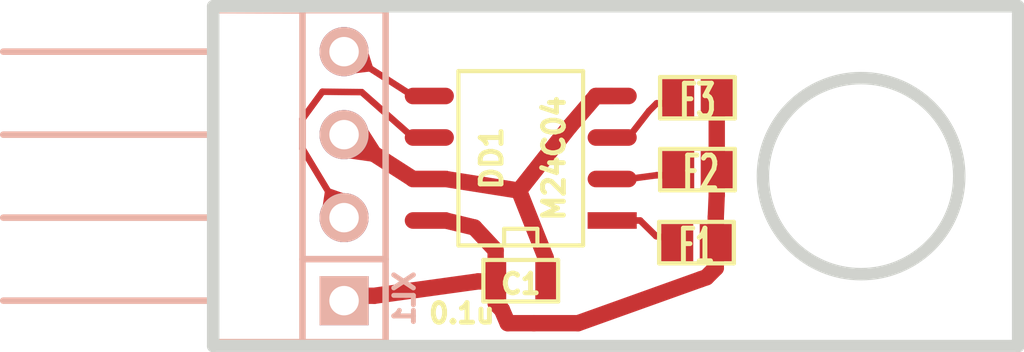
<source format=kicad_pcb>
(kicad_pcb (version 3) (host pcbnew "(2013-07-07 BZR 4022)-stable")

  (general
    (links 13)
    (no_connects 0)
    (area 120.209499 93.409499 145.190501 104.190501)
    (thickness 1.6002)
    (drawings 5)
    (tracks 79)
    (zones 0)
    (modules 6)
    (nets 8)
  )

  (page A4)
  (layers
    (15 Front signal)
    (0 Back signal)
    (16 B.Adhes user)
    (17 F.Adhes user)
    (18 B.Paste user)
    (19 F.Paste user)
    (20 B.SilkS user)
    (21 F.SilkS user)
    (22 B.Mask user)
    (23 F.Mask user)
    (24 Dwgs.User user)
    (25 Cmts.User user)
    (26 Eco1.User user)
    (27 Eco2.User user)
    (28 Edge.Cuts user)
  )

  (setup
    (last_trace_width 0.2)
    (trace_clearance 0.2)
    (zone_clearance 0.29972)
    (zone_45_only no)
    (trace_min 0.18034)
    (segment_width 0.381)
    (edge_width 0.381)
    (via_size 0.9)
    (via_drill 0.4)
    (via_min_size 0.8001)
    (via_min_drill 0.35052)
    (uvia_size 0.508)
    (uvia_drill 0.127)
    (uvias_allowed no)
    (uvia_min_size 0.508)
    (uvia_min_drill 0.127)
    (pcb_text_width 0.3048)
    (pcb_text_size 1.524 2.032)
    (mod_edge_width 0.2)
    (mod_text_size 1.524 1.524)
    (mod_text_width 0.3048)
    (pad_size 1.5 1.5)
    (pad_drill 0.9)
    (pad_to_mask_clearance 0.1)
    (aux_axis_origin 0 0)
    (visible_elements 7FFFFFFF)
    (pcbplotparams
      (layerselection 276856832)
      (usegerberextensions true)
      (excludeedgelayer true)
      (linewidth 0.150000)
      (plotframeref false)
      (viasonmask false)
      (mode 1)
      (useauxorigin false)
      (hpglpennumber 1)
      (hpglpenspeed 20)
      (hpglpendiameter 15)
      (hpglpenoverlay 0)
      (psnegative false)
      (psa4output false)
      (plotreference true)
      (plotvalue true)
      (plotothertext true)
      (plotinvisibletext true)
      (padsonsilk false)
      (subtractmaskfromsilk false)
      (outputformat 1)
      (mirror false)
      (drillshape 0)
      (scaleselection 1)
      (outputdirectory Gerber))
  )

  (net 0 "")
  (net 1 +3.3V)
  (net 2 /1)
  (net 3 /2)
  (net 4 /3)
  (net 5 /I2C_SCL)
  (net 6 /I2C_SDA)
  (net 7 GND)

  (net_class Default "This is the default net class."
    (clearance 0.2)
    (trace_width 0.2)
    (via_dia 0.9)
    (via_drill 0.4)
    (uvia_dia 0.508)
    (uvia_drill 0.127)
    (add_net "")
    (add_net /1)
    (add_net /2)
    (add_net /3)
    (add_net /I2C_SCL)
    (add_net /I2C_SDA)
  )

  (net_class Wide ""
    (clearance 0.2)
    (trace_width 0.5)
    (via_dia 0.9)
    (via_drill 0.4)
    (uvia_dia 0.508)
    (uvia_drill 0.127)
    (add_net +3.3V)
    (add_net GND)
  )

  (module SO8E (layer Front) (tedit 4DD9871C) (tstamp 51668323)
    (at 129.8 98.2524 90)
    (descr "module CMS SOJ 8 pins etroit")
    (tags "CMS SOJ")
    (path /504343E1)
    (attr smd)
    (fp_text reference DD1 (at 0 -0.889 90) (layer F.SilkS)
      (effects (font (size 0.635 0.635) (thickness 0.14986)))
    )
    (fp_text value M24C04 (at 0 1.016 90) (layer F.SilkS)
      (effects (font (size 0.635 0.635) (thickness 0.14986)))
    )
    (fp_line (start -2.667 1.778) (end -2.667 1.905) (layer F.SilkS) (width 0.127))
    (fp_line (start -2.667 1.905) (end 2.667 1.905) (layer F.SilkS) (width 0.127))
    (fp_line (start 2.667 -1.905) (end -2.667 -1.905) (layer F.SilkS) (width 0.127))
    (fp_line (start -2.667 -1.905) (end -2.667 1.778) (layer F.SilkS) (width 0.127))
    (fp_line (start -2.667 -0.508) (end -2.159 -0.508) (layer F.SilkS) (width 0.127))
    (fp_line (start -2.159 -0.508) (end -2.159 0.508) (layer F.SilkS) (width 0.127))
    (fp_line (start -2.159 0.508) (end -2.667 0.508) (layer F.SilkS) (width 0.127))
    (fp_line (start 2.667 -1.905) (end 2.667 1.905) (layer F.SilkS) (width 0.127))
    (pad 8 smd oval (at -1.905 -2.794 90) (size 0.508 1.50114)
      (layers Front F.Paste F.Mask)
      (net 1 +3.3V)
    )
    (pad 1 smd rect (at -1.905 2.794 90) (size 0.508 1.50114)
      (layers Front F.Paste F.Mask)
      (net 2 /1)
    )
    (pad 7 smd oval (at -0.635 -2.794 90) (size 0.508 1.50114)
      (layers Front F.Paste F.Mask)
      (net 7 GND)
    )
    (pad 6 smd oval (at 0.635 -2.794 90) (size 0.508 1.50114)
      (layers Front F.Paste F.Mask)
      (net 5 /I2C_SCL)
    )
    (pad 5 smd oval (at 1.905 -2.794 90) (size 0.508 1.50114)
      (layers Front F.Paste F.Mask)
      (net 6 /I2C_SDA)
    )
    (pad 2 smd oval (at -0.635 2.794 90) (size 0.508 1.50114)
      (layers Front F.Paste F.Mask)
      (net 3 /2)
    )
    (pad 3 smd oval (at 0.635 2.794 90) (size 0.508 1.50114)
      (layers Front F.Paste F.Mask)
      (net 4 /3)
    )
    (pad 4 smd oval (at 1.905 2.794 90) (size 0.508 1.50114)
      (layers Front F.Paste F.Mask)
      (net 7 GND)
    )
    (model smd/cms_so8.wrl
      (at (xyz 0 0 0))
      (scale (xyz 0.5 0.32 0.5))
      (rotate (xyz 0 0 0))
    )
  )

  (module SMD0603_FUSE (layer Front) (tedit 516684B8) (tstamp 505714FC)
    (at 135.1705 100.8346)
    (path /505712FC)
    (attr smd)
    (fp_text reference F1 (at 0 0.1) (layer F.SilkS)
      (effects (font (size 1.00076 0.59944) (thickness 0.14986)))
    )
    (fp_text value FUSE0R (at 0 0) (layer F.SilkS) hide
      (effects (font (size 0.7112 0.4572) (thickness 0.1143)))
    )
    (fp_line (start -1.143 -0.635) (end 1.143 -0.635) (layer F.SilkS) (width 0.127))
    (fp_line (start 1.143 -0.635) (end 1.143 0.635) (layer F.SilkS) (width 0.127))
    (fp_line (start 1.143 0.635) (end -1.143 0.635) (layer F.SilkS) (width 0.127))
    (fp_line (start -1.143 0.635) (end -1.143 -0.635) (layer F.SilkS) (width 0.127))
    (pad 1 smd rect (at -0.58928 0) (size 0.98044 1.143)
      (layers Front F.Paste F.Mask)
      (net 2 /1)
    )
    (pad 2 smd rect (at 0.58928 0) (size 0.98044 1.143)
      (layers Front F.Paste F.Mask)
      (net 1 +3.3V)
    )
    (model wings\smd\capacitors\C0603.wrl
      (at (xyz 0 0 0))
      (scale (xyz 1 1 1))
      (rotate (xyz 0 0 0))
    )
  )

  (module SMD0603_FUSE (layer Front) (tedit 516684B9) (tstamp 505714FE)
    (at 135.2 98.6)
    (path /5057130E)
    (attr smd)
    (fp_text reference F2 (at 0.1 0.1) (layer F.SilkS)
      (effects (font (size 1.00076 0.59944) (thickness 0.14986)))
    )
    (fp_text value FUSE0R (at 0 0) (layer F.SilkS) hide
      (effects (font (size 0.7112 0.4572) (thickness 0.1143)))
    )
    (fp_line (start -1.143 -0.635) (end 1.143 -0.635) (layer F.SilkS) (width 0.127))
    (fp_line (start 1.143 -0.635) (end 1.143 0.635) (layer F.SilkS) (width 0.127))
    (fp_line (start 1.143 0.635) (end -1.143 0.635) (layer F.SilkS) (width 0.127))
    (fp_line (start -1.143 0.635) (end -1.143 -0.635) (layer F.SilkS) (width 0.127))
    (pad 1 smd rect (at -0.58928 0) (size 0.98044 1.143)
      (layers Front F.Paste F.Mask)
      (net 3 /2)
    )
    (pad 2 smd rect (at 0.58928 0) (size 0.98044 1.143)
      (layers Front F.Paste F.Mask)
      (net 1 +3.3V)
    )
    (model wings\smd\capacitors\C0603.wrl
      (at (xyz 0 0 0))
      (scale (xyz 1 1 1))
      (rotate (xyz 0 0 0))
    )
  )

  (module SMD0603_FUSE (layer Front) (tedit 516684BC) (tstamp 50571500)
    (at 135.2 96.4)
    (path /50571311)
    (attr smd)
    (fp_text reference F3 (at 0 0.1) (layer F.SilkS)
      (effects (font (size 1.00076 0.59944) (thickness 0.14986)))
    )
    (fp_text value FUSE0R (at 0 0) (layer F.SilkS) hide
      (effects (font (size 0.7112 0.4572) (thickness 0.1143)))
    )
    (fp_line (start -1.143 -0.635) (end 1.143 -0.635) (layer F.SilkS) (width 0.127))
    (fp_line (start 1.143 -0.635) (end 1.143 0.635) (layer F.SilkS) (width 0.127))
    (fp_line (start 1.143 0.635) (end -1.143 0.635) (layer F.SilkS) (width 0.127))
    (fp_line (start -1.143 0.635) (end -1.143 -0.635) (layer F.SilkS) (width 0.127))
    (pad 1 smd rect (at -0.58928 0) (size 0.98044 1.143)
      (layers Front F.Paste F.Mask)
      (net 4 /3)
    )
    (pad 2 smd rect (at 0.58928 0) (size 0.98044 1.143)
      (layers Front F.Paste F.Mask)
      (net 1 +3.3V)
    )
    (model wings\smd\capacitors\C0603.wrl
      (at (xyz 0 0 0))
      (scale (xyz 1 1 1))
      (rotate (xyz 0 0 0))
    )
  )

  (module CAP_0603 (layer Front) (tedit 516684A8) (tstamp 5166830E)
    (at 129.8 102)
    (path /504343DE)
    (attr smd)
    (fp_text reference C1 (at 0 0.1) (layer F.SilkS)
      (effects (font (size 0.59944 0.59944) (thickness 0.14986)))
    )
    (fp_text value 0.1u (at -1.8 1) (layer F.SilkS)
      (effects (font (size 0.59944 0.59944) (thickness 0.14986)))
    )
    (fp_line (start -1.143 -0.635) (end 1.143 -0.635) (layer F.SilkS) (width 0.127))
    (fp_line (start 1.143 -0.635) (end 1.143 0.635) (layer F.SilkS) (width 0.127))
    (fp_line (start 1.143 0.635) (end -1.143 0.635) (layer F.SilkS) (width 0.127))
    (fp_line (start -1.143 0.635) (end -1.143 -0.635) (layer F.SilkS) (width 0.127))
    (pad 1 smd rect (at -0.762 0) (size 0.635 1.143)
      (layers Front F.Paste F.Mask)
      (net 1 +3.3V)
    )
    (pad 2 smd rect (at 0.762 0) (size 0.635 1.143)
      (layers Front F.Paste F.Mask)
      (net 7 GND)
    )
    (model 3d\c_0603.wrl
      (at (xyz 0 0 0))
      (scale (xyz 1 1 1))
      (rotate (xyz 0 0 0))
    )
  )

  (module CONN_PLS-4R (layer Back) (tedit 53456D98) (tstamp 53458B05)
    (at 124.4 98.8 90)
    (descr "Single-line connector 4-pin Right angle")
    (path /51665C75)
    (fp_text reference XL1 (at -3.74904 1.84912 90) (layer B.SilkS)
      (effects (font (size 0.6 0.6) (thickness 0.15)) (justify mirror))
    )
    (fp_text value CONN_4 (at 3.59918 1.84912 90) (layer B.SilkS) hide
      (effects (font (size 0.635 0.635) (thickness 0.16002)) (justify mirror))
    )
    (fp_line (start 3.81 -4.064) (end 3.81 -10.414) (layer B.SilkS) (width 0.2))
    (fp_line (start 1.27 -4.064) (end 1.27 -10.414) (layer B.SilkS) (width 0.2))
    (fp_line (start -3.81 -4.064) (end -3.81 -10.414) (layer B.SilkS) (width 0.2))
    (fp_line (start -1.27 -4.064) (end -1.27 -10.414) (layer B.SilkS) (width 0.2))
    (fp_line (start -5.08 -1.26) (end -5.08 -4) (layer B.SilkS) (width 0.2))
    (fp_line (start -5.08 -4) (end 5.08 -4) (layer B.SilkS) (width 0.2))
    (fp_line (start 5.08 -4) (end 5.07 -1.26) (layer B.SilkS) (width 0.2))
    (fp_line (start -2.54 1.27) (end -2.54 -1.27) (layer B.SilkS) (width 0.2))
    (fp_line (start -5.08 1.27) (end 5.08 1.27) (layer B.SilkS) (width 0.2))
    (fp_line (start 5.08 1.27) (end 5.08 -1.27) (layer B.SilkS) (width 0.2))
    (fp_line (start 5.08 -1.27) (end -5.08 -1.27) (layer B.SilkS) (width 0.2))
    (fp_line (start -5.08 -1.27) (end -5.08 1.27) (layer B.SilkS) (width 0.2))
    (pad 1 thru_hole rect (at -3.81 0 90) (size 1.5 1.5) (drill 0.9)
      (layers *.Cu *.Mask B.SilkS)
      (net 1 +3.3V)
    )
    (pad 2 thru_hole circle (at -1.27 0 90) (size 1.5 1.5) (drill 0.9)
      (layers *.Cu *.Mask B.SilkS)
      (net 5 /I2C_SCL)
    )
    (pad 3 thru_hole circle (at 1.27 0 90) (size 1.5 1.5) (drill 0.9)
      (layers *.Cu *.Mask B.SilkS)
      (net 7 GND)
    )
    (pad 4 thru_hole circle (at 3.81 0 90) (size 1.5 1.5) (drill 0.9)
      (layers *.Cu *.Mask B.SilkS)
      (net 6 /I2C_SDA)
    )
  )

  (gr_line (start 120.4 104) (end 120.4 93.6) (angle 90) (layer Edge.Cuts) (width 0.381))
  (gr_line (start 145 104) (end 120.4 104) (angle 90) (layer Edge.Cuts) (width 0.381))
  (gr_line (start 145 93.6) (end 145 104) (angle 90) (layer Edge.Cuts) (width 0.381))
  (gr_line (start 120.4 93.6) (end 145 93.6) (angle 90) (layer Edge.Cuts) (width 0.381))
  (gr_circle (center 140.2 98.8) (end 137.2 98.8) (layer Edge.Cuts) (width 0.381))

  (segment (start 135.7893 96.7215) (end 135.7893 96.4) (width 0.5) (layer Front) (net 1))
  (segment (start 135.7893 96.9715) (end 135.7893 96.7215) (width 0.5) (layer Front) (net 1))
  (segment (start 135.7893 98.0285) (end 135.7893 96.9715) (width 0.5) (layer Front) (net 1))
  (segment (start 135.7893 98.2785) (end 135.7893 98.0285) (width 0.5) (layer Front) (net 1))
  (segment (start 135.7893 98.6) (end 135.7893 98.2785) (width 0.5) (layer Front) (net 1))
  (segment (start 135.7893 98.9215) (end 135.7893 98.6) (width 0.5) (layer Front) (net 1))
  (segment (start 135.7893 99.1715) (end 135.7893 98.9215) (width 0.5) (layer Front) (net 1))
  (segment (start 135.7893 99.3745) (end 135.7893 99.1715) (width 0.5) (layer Front) (net 1))
  (segment (start 135.7598 100.0601) (end 135.7893 99.3745) (width 0.5) (layer Front) (net 1))
  (segment (start 135.7598 100.2631) (end 135.7598 100.0601) (width 0.5) (layer Front) (net 1))
  (segment (start 135.7598 100.5131) (end 135.7598 100.2631) (width 0.5) (layer Front) (net 1))
  (segment (start 135.7598 100.8346) (end 135.7598 100.5131) (width 0.5) (layer Front) (net 1))
  (segment (start 135.7598 101.1561) (end 135.7598 100.8346) (width 0.5) (layer Front) (net 1))
  (segment (start 135.7598 101.4061) (end 135.7598 101.1561) (width 0.5) (layer Front) (net 1))
  (segment (start 135.7598 101.6091) (end 135.7598 101.4061) (width 0.5) (layer Front) (net 1))
  (segment (start 135.4726 101.8963) (end 135.7598 101.6091) (width 0.5) (layer Front) (net 1))
  (segment (start 135.2993 101.9562) (end 135.4726 101.8963) (width 0.5) (layer Front) (net 1))
  (segment (start 131.55 103.3) (end 135.2993 101.9562) (width 0.5) (layer Front) (net 1))
  (segment (start 130.2 103.3) (end 131.55 103.3) (width 0.5) (layer Front) (net 1))
  (segment (start 129.4 103.3) (end 130.2 103.3) (width 0.5) (layer Front) (net 1))
  (segment (start 129.224 102.889) (end 129.4 103.3) (width 0.5) (layer Front) (net 1))
  (segment (start 129.038 102.703) (end 129.224 102.889) (width 0.5) (layer Front) (net 1))
  (segment (start 129.038 102.5715) (end 129.038 102.703) (width 0.5) (layer Front) (net 1))
  (segment (start 129.038 102.3215) (end 129.038 102.5715) (width 0.5) (layer Front) (net 1))
  (segment (start 129.038 102) (end 129.038 102.3215) (width 0.5) (layer Front) (net 1))
  (segment (start 127.5026 100.1574) (end 127.006 100.1574) (width 0.5) (layer Front) (net 1))
  (segment (start 128.3827 100.3706) (end 127.5026 100.1574) (width 0.5) (layer Front) (net 1))
  (segment (start 129.0322 101.0691) (end 128.3827 100.3706) (width 0.5) (layer Front) (net 1))
  (segment (start 129.038 102) (end 129.0322 101.0691) (width 0.5) (layer Front) (net 1))
  (segment (start 128.9705 102.0214) (end 129.038 102) (width 0.5) (layer Front) (net 1))
  (segment (start 128.7205 102.0214) (end 128.9705 102.0214) (width 0.5) (layer Front) (net 1))
  (segment (start 128.4926 102.0214) (end 128.7205 102.0214) (width 0.5) (layer Front) (net 1))
  (segment (start 125.3277 102.4603) (end 128.4926 102.0214) (width 0.5) (layer Front) (net 1))
  (segment (start 125.0998 102.4603) (end 125.3277 102.4603) (width 0.5) (layer Front) (net 1))
  (segment (start 124.8498 102.4603) (end 125.0998 102.4603) (width 0.5) (layer Front) (net 1))
  (segment (start 124.4 102.61) (end 124.8498 102.4603) (width 0.5) (layer Front) (net 1))
  (segment (start 133.2446 100.1574) (end 132.594 100.1574) (width 0.2) (layer Front) (net 2))
  (segment (start 133.3446 100.1574) (end 133.2446 100.1574) (width 0.2) (layer Front) (net 2))
  (segment (start 133.4498 100.1574) (end 133.3446 100.1574) (width 0.2) (layer Front) (net 2))
  (segment (start 133.9364 100.6363) (end 133.4498 100.1574) (width 0.2) (layer Front) (net 2))
  (segment (start 134.091 100.6632) (end 133.9364 100.6363) (width 0.2) (layer Front) (net 2))
  (segment (start 134.191 100.6632) (end 134.091 100.6632) (width 0.2) (layer Front) (net 2))
  (segment (start 134.5812 100.8346) (end 134.191 100.6632) (width 0.2) (layer Front) (net 2))
  (segment (start 133.0906 98.8874) (end 132.594 98.8874) (width 0.2) (layer Front) (net 3))
  (segment (start 133.9548 98.7714) (end 133.0906 98.8874) (width 0.2) (layer Front) (net 3))
  (segment (start 134.1205 98.7714) (end 133.9548 98.7714) (width 0.2) (layer Front) (net 3))
  (segment (start 134.2205 98.7714) (end 134.1205 98.7714) (width 0.2) (layer Front) (net 3))
  (segment (start 134.6107 98.6) (end 134.2205 98.7714) (width 0.2) (layer Front) (net 3))
  (segment (start 133.0906 97.6174) (end 132.594 97.6174) (width 0.2) (layer Front) (net 4))
  (segment (start 133.7204 96.8058) (end 133.0906 97.6174) (width 0.2) (layer Front) (net 4))
  (segment (start 133.9548 96.5714) (end 133.7204 96.8058) (width 0.2) (layer Front) (net 4))
  (segment (start 134.1205 96.5714) (end 133.9548 96.5714) (width 0.2) (layer Front) (net 4))
  (segment (start 134.2205 96.5714) (end 134.1205 96.5714) (width 0.2) (layer Front) (net 4))
  (segment (start 134.6107 96.4) (end 134.2205 96.5714) (width 0.2) (layer Front) (net 4))
  (segment (start 123.9148 99.2652) (end 124.5978 99.5038) (width 0.2) (layer Front) (net 5))
  (segment (start 123.9148 99.2652) (end 123.807 99.9806) (width 0.2) (layer Front) (net 5))
  (segment (start 126.5094 97.6174) (end 127.006 97.6174) (width 0.2) (layer Front) (net 5))
  (segment (start 124.9394 96.2289) (end 126.5094 97.6174) (width 0.2) (layer Front) (net 5))
  (segment (start 123.7386 96.2166) (end 124.9394 96.2289) (width 0.2) (layer Front) (net 5))
  (segment (start 123.1286 97.0499) (end 123.7386 96.2166) (width 0.2) (layer Front) (net 5))
  (segment (start 123.1286 97.9611) (end 123.1286 97.0499) (width 0.2) (layer Front) (net 5))
  (segment (start 124.4 100.07) (end 123.1286 97.9611) (width 0.2) (layer Front) (net 5))
  (segment (start 125.1902 95.4985) (end 124.472 95.5853) (width 0.2) (layer Front) (net 6))
  (segment (start 125.1902 95.4985) (end 124.9716 94.8089) (width 0.2) (layer Front) (net 6))
  (segment (start 126.5094 96.3474) (end 127.006 96.3474) (width 0.2) (layer Front) (net 6))
  (segment (start 124.4 94.99) (end 126.5094 96.3474) (width 0.2) (layer Front) (net 6))
  (segment (start 125.3076 98.114) (end 124.3364 97.9752) (width 0.5) (layer Front) (net 7))
  (segment (start 125.3076 98.114) (end 124.7788 97.2876) (width 0.5) (layer Front) (net 7))
  (segment (start 132.0974 96.3474) (end 132.594 96.3474) (width 0.5) (layer Front) (net 7))
  (segment (start 131.2933 97.2843) (end 132.0974 96.3474) (width 0.5) (layer Front) (net 7))
  (segment (start 129.7458 99.2428) (end 131.2933 97.2843) (width 0.5) (layer Front) (net 7))
  (segment (start 130.562 101.6785) (end 130.562 102) (width 0.5) (layer Front) (net 7))
  (segment (start 130.562 101.4285) (end 130.562 101.6785) (width 0.5) (layer Front) (net 7))
  (segment (start 130.562 101.297) (end 130.562 101.4285) (width 0.5) (layer Front) (net 7))
  (segment (start 129.7458 99.2428) (end 130.562 101.297) (width 0.5) (layer Front) (net 7))
  (segment (start 127.5026 98.8874) (end 129.7458 99.2428) (width 0.5) (layer Front) (net 7))
  (segment (start 127.006 98.8874) (end 127.5026 98.8874) (width 0.5) (layer Front) (net 7))
  (segment (start 126.5094 98.8874) (end 127.006 98.8874) (width 0.5) (layer Front) (net 7))
  (segment (start 124.4 97.53) (end 126.5094 98.8874) (width 0.5) (layer Front) (net 7))

)

</source>
